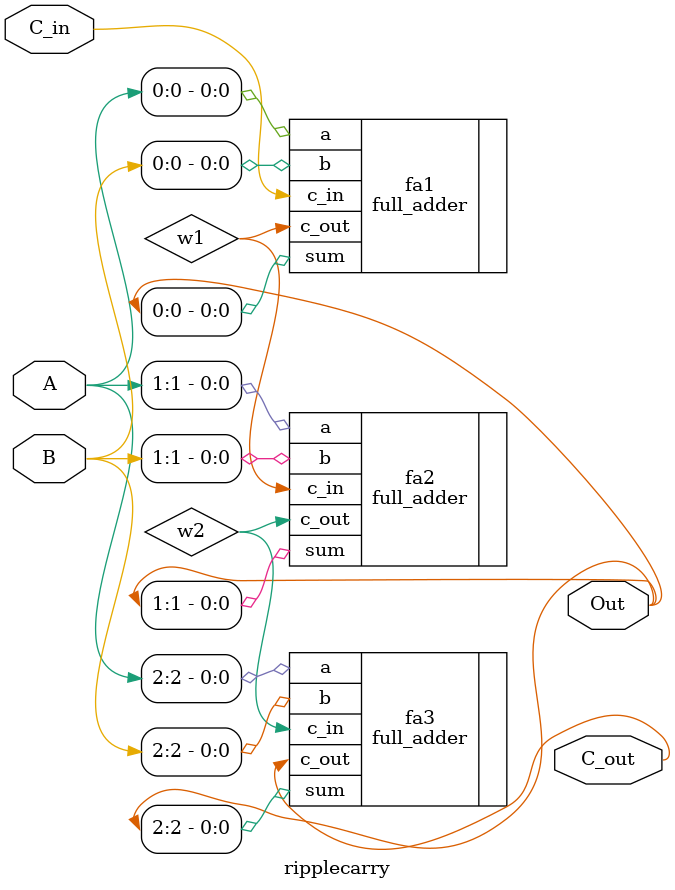
<source format=v>
`timescale 1ns / 1ps


module ripplecarry(
    input [2:0] A,
    input [2:0] B,
    input C_in,
    output [2:0] Out,
    output C_out
    );
    
    wire w1;
    wire w2;
    
    full_adder fa1(.a( A[0] ), .b( B[0] ), .c_in(C_in), .sum( Out[0] ), .c_out(w1));
    full_adder fa2(.a( A[1] ), .b( B[1] ), .c_in(w1), .sum( Out[1] ), .c_out(w2));
    full_adder fa3(.a( A[2] ), .b( B[2] ), .c_in(w2), .sum( Out[2] ), .c_out(C_out));
    
endmodule



</source>
